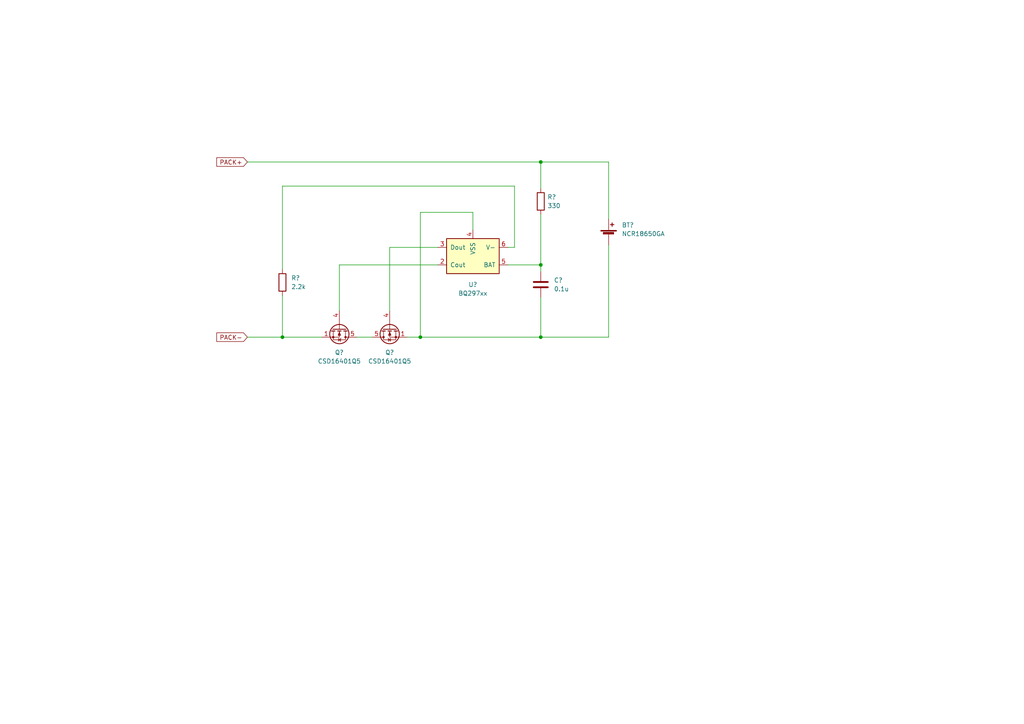
<source format=kicad_sch>
(kicad_sch (version 20211123) (generator eeschema)
  (paper "A4")
  (lib_symbols
    (symbol "Battery_Management:BQ297xy" (pin_names (offset 1.016))
      (property "Reference" "U" (at -6.35 6.35 0))
      (property "Value" "BQ297xy" (at 5.08 -6.35 0))
      (symbol "BQ297xy_0_1"
        (rectangle (start -7.62 5.08) (end 7.62 -5.08) (stroke (width 0.254)) (fill (type background)))
      )
      (symbol "BQ297xy_1_1"
        (pin no_connect line (at 7.62 0 180) (length 2.54) hide (name "NC") (number "1"))
        (pin output line (at 10.16 2.54 180) (length 2.54) (name "Cout") (number "2"))
        (pin output line (at 10.16 -2.54 180) (length 2.54) (name "Dout") (number "3"))
        (pin power_in line (at 0 -7.62 90) (length 2.54) (name "VSS") (number "4"))
        (pin input line (at -10.16 2.54 0) (length 2.54) (name "BAT") (number "5"))
        (pin input line (at -10.16 -2.54 0) (length 2.54) (name "V-") (number "6"))
      )
    )
    (symbol "Device:Battery_Cell" (pin_numbers hide) (pin_names (offset 0) hide)
      (property "Reference" "BT" (at 2.54 2.54 0))
      (property "Value" "Battery_Cell" (at 2.54 0 0))
      (symbol "Battery_Cell_0_1"
        (rectangle (start -2.286 1.778) (end 2.286 1.524) (fill (type outline)))
        (rectangle (start -1.5748 1.1938) (end 1.4732 0.6858) (fill (type outline)))
        (polyline (pts (xy 0 0.762) (xy 0 0)))
        (polyline (pts (xy 0 1.778) (xy 0 2.54)))
        (polyline (pts (xy 0.508 3.429) (xy 1.524 3.429)) (stroke (width 0.254)))
        (polyline (pts (xy 1.016 3.937) (xy 1.016 2.921)) (stroke (width 0.254)))
      )
      (symbol "Battery_Cell_1_1"
        (pin passive line (at 0 5.08 270) (length 2.54) (name "+") (number "1"))
        (pin passive line (at 0 -2.54 90) (length 2.54) (name "-") (number "2"))
      )
    )
    (symbol "Device:C" (pin_numbers hide) (pin_names (offset 0.254))
      (property "Reference" "C" (at 0.635 2.54 0))
      (property "Value" "C" (at 0.635 -2.54 0))
      (symbol "C_0_1"
        (polyline (pts (xy -2.032 -0.762) (xy 2.032 -0.762)) (stroke (width 0.508)))
        (polyline (pts (xy -2.032 0.762) (xy 2.032 0.762)) (stroke (width 0.508)))
      )
      (symbol "C_1_1"
        (pin passive line (at 0 3.81 270) (length 2.794) (name "~") (number "1"))
        (pin passive line (at 0 -3.81 90) (length 2.794) (name "~") (number "2"))
      )
    )
    (symbol "Device:R" (pin_numbers hide) (pin_names (offset 0))
      (property "Reference" "R" (at 2.032 0 90))
      (property "Value" "R" (at 0 0 90))
      (symbol "R_0_1"
        (rectangle (start -1.016 -2.54) (end 1.016 2.54) (stroke (width 0.254)))
      )
      (symbol "R_1_1"
        (pin passive line (at 0 3.81 270) (length 1.27) (name "~") (number "1"))
        (pin passive line (at 0 -3.81 90) (length 1.27) (name "~") (number "2"))
      )
    )
    (symbol "Transistor_FET:CSD16401Q5" (pin_names hide)
      (property "Reference" "Q" (at 5.08 1.905 0))
      (property "Value" "CSD16401Q5" (at 5.08 0 0))
      (symbol "CSD16401Q5_0_1"
        (polyline (pts (xy 0.254 0) (xy -2.54 0)))
        (polyline (pts (xy 0.254 1.905) (xy 0.254 -1.905)) (stroke (width 0.254)))
        (polyline (pts (xy 0.762 -1.27) (xy 0.762 -2.286)) (stroke (width 0.254)))
        (polyline (pts (xy 0.762 0.508) (xy 0.762 -0.508)) (stroke (width 0.254)))
        (polyline (pts (xy 0.762 2.286) (xy 0.762 1.27)) (stroke (width 0.254)))
        (polyline (pts (xy 2.54 2.54) (xy 2.54 1.778)))
        (polyline (pts (xy 2.54 -2.54) (xy 2.54 0) (xy 0.762 0)))
        (polyline (pts (xy 0.762 -1.778) (xy 3.302 -1.778) (xy 3.302 1.778) (xy 0.762 1.778)))
        (polyline (pts (xy 1.016 0) (xy 2.032 0.381) (xy 2.032 -0.381) (xy 1.016 0)) (fill (type outline)))
        (polyline (pts (xy 2.794 0.508) (xy 2.921 0.381) (xy 3.683 0.381) (xy 3.81 0.254)))
        (polyline (pts (xy 3.302 0.381) (xy 2.921 -0.254) (xy 3.683 -0.254) (xy 3.302 0.381)))
        (circle (center 1.651 0) (radius 2.794) (stroke (width 0.254)))
        (circle (center 2.54 -1.778) (radius 0.254) (fill (type outline)))
        (circle (center 2.54 1.778) (radius 0.254) (fill (type outline)))
      )
      (symbol "CSD16401Q5_1_1"
        (pin passive line (at 2.54 -5.08 90) (length 2.54) (name "S") (number "1"))
        (pin passive line (at 2.54 -5.08 90) (length 2.54) hide (name "S") (number "2"))
        (pin passive line (at 2.54 -5.08 90) (length 2.54) hide (name "S") (number "3"))
        (pin passive line (at -5.08 0 0) (length 2.54) (name "G") (number "4"))
        (pin passive line (at 2.54 5.08 270) (length 2.54) (name "D") (number "5"))
      )
    )
  )
  (junction (at 156.845 76.835))
  (junction (at 156.845 46.99))
  (junction (at 81.915 97.79))
  (junction (at 156.845 97.79))
  (junction (at 121.92 97.79))
  (wire (pts (xy 113.03 90.17) (xy 113.03 71.755)))
  (wire (pts (xy 156.845 76.835) (xy 156.845 78.74)))
  (wire (pts (xy 71.755 97.79) (xy 81.915 97.79)))
  (wire (pts (xy 156.845 54.61) (xy 156.845 46.99)))
  (wire (pts (xy 71.755 46.99) (xy 156.845 46.99)))
  (wire (pts (xy 121.92 97.79) (xy 156.845 97.79)))
  (wire (pts (xy 149.225 53.975) (xy 149.225 71.755)))
  (wire (pts (xy 137.16 61.595) (xy 137.16 66.675)))
  (wire (pts (xy 113.03 71.755) (xy 127 71.755)))
  (wire (pts (xy 98.425 76.835) (xy 127 76.835)))
  (wire (pts (xy 103.505 97.79) (xy 107.95 97.79)))
  (wire (pts (xy 176.53 71.12) (xy 176.53 97.79)))
  (wire (pts (xy 81.915 97.79) (xy 93.345 97.79)))
  (wire (pts (xy 81.915 85.725) (xy 81.915 97.79)))
  (wire (pts (xy 81.915 53.975) (xy 81.915 78.105)))
  (wire (pts (xy 156.845 62.23) (xy 156.845 76.835)))
  (wire (pts (xy 176.53 46.99) (xy 176.53 63.5)))
  (wire (pts (xy 156.845 86.36) (xy 156.845 97.79)))
  (wire (pts (xy 121.92 61.595) (xy 121.92 97.79)))
  (wire (pts (xy 147.32 76.835) (xy 156.845 76.835)))
  (wire (pts (xy 118.11 97.79) (xy 121.92 97.79)))
  (wire (pts (xy 149.225 71.755) (xy 147.32 71.755)))
  (wire (pts (xy 121.92 61.595) (xy 137.16 61.595)))
  (wire (pts (xy 98.425 90.17) (xy 98.425 76.835)))
  (wire (pts (xy 156.845 46.99) (xy 176.53 46.99)))
  (wire (pts (xy 149.225 53.975) (xy 81.915 53.975)))
  (wire (pts (xy 176.53 97.79) (xy 156.845 97.79)))
  (global_label "PACK-" (shape input) (at 71.755 97.79 180) (property "Intersheet References" "${INTERSHEET_REFS}" (effects hide)))
  (global_label "PACK+" (shape input) (at 71.755 46.99 180) (property "Intersheet References" "${INTERSHEET_REFS}" (effects hide)))
  (symbol (lib_id "Transistor_FET:CSD16401Q5") (at 98.425 95.25 270) (unit 1)
    (property "Reference" "Q?" (at 98.425 102.235 90))
    (property "Value" "CSD16401Q5" (at 98.425 104.775 90))
    (property "Footprint" "Package_TO_SOT_SMD:TDSON-8-1" (effects hide))
    (property "Datasheet" "http://www.ti.com/lit/gpn/csd16401q5" (effects hide))
  )
  (symbol (lib_id "Transistor_FET:CSD16401Q5") (at 113.03 95.25 90) (mirror x) (unit 1)
    (property "Reference" "Q?" (at 113.03 102.235 90))
    (property "Value" "CSD16401Q5" (at 113.03 104.775 90))
    (property "Footprint" "Package_TO_SOT_SMD:TDSON-8-1" (effects hide))
    (property "Datasheet" "http://www.ti.com/lit/gpn/csd16401q5" (effects hide))
  )
  (symbol (lib_id "Device:R") (at 81.915 81.915 0) (unit 1)
    (property "Reference" "R?" (at 84.455 80.6449 0) (effects (justify left)))
    (property "Value" "2.2k" (at 84.455 83.1849 0) (effects (justify left)))
  )
  (symbol (lib_id "Device:R") (at 156.845 58.42 0) (unit 1)
    (property "Reference" "R?" (at 158.75 57.1499 0) (effects (justify left)))
    (property "Value" "330" (at 158.75 59.6899 0) (effects (justify left)))
  )
  (symbol (lib_id "Device:Battery_Cell") (at 176.53 68.58 0) (unit 1)
    (property "Reference" "BT?" (at 180.34 65.2779 0) (effects (justify left)))
    (property "Value" "NCR18650GA" (at 180.34 67.8179 0) (effects (justify left)))
  )
  (symbol (lib_id "Device:C") (at 156.845 82.55 180) (unit 1)
    (property "Reference" "C?" (at 160.655 81.2799 0) (effects (justify right)))
    (property "Value" "0.1u" (at 160.655 83.8199 0) (effects (justify right)))
  )
  (symbol (lib_id "Battery_Management:BQ297xy") (at 137.16 74.295 180) (unit 1)
    (property "Reference" "U?" (at 137.16 82.55 0))
    (property "Value" "BQ297xx" (at 137.16 85.09 0))
    (property "Footprint" "Package_SON:WSON-6_1.5x1.5mm_P0.5mm" (effects hide))
    (property "Datasheet" "http://www.ti.com/lit/ds/symlink/bq2970.pdf" (effects hide))
  )
)
</source>
